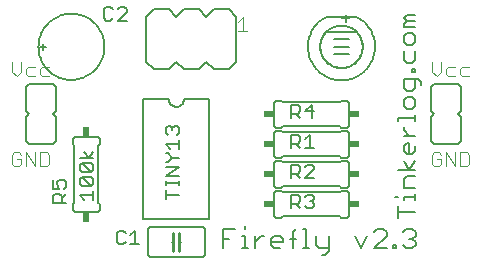
<source format=gto>
G75*
G70*
%OFA0B0*%
%FSLAX24Y24*%
%IPPOS*%
%LPD*%
%AMOC8*
5,1,8,0,0,1.08239X$1,22.5*
%
%ADD10C,0.0040*%
%ADD11C,0.0070*%
%ADD12C,0.0050*%
%ADD13C,0.0060*%
%ADD14R,0.0340X0.0240*%
%ADD15R,0.0240X0.0340*%
%ADD16C,0.0100*%
D10*
X001248Y003421D02*
X001401Y003421D01*
X001478Y003498D01*
X001478Y003651D01*
X001325Y003651D01*
X001478Y003805D02*
X001401Y003882D01*
X001248Y003882D01*
X001171Y003805D01*
X001171Y003498D01*
X001248Y003421D01*
X001632Y003421D02*
X001632Y003882D01*
X001938Y003421D01*
X001938Y003882D01*
X002092Y003882D02*
X002322Y003882D01*
X002399Y003805D01*
X002399Y003498D01*
X002322Y003421D01*
X002092Y003421D01*
X002092Y003882D01*
X002169Y006421D02*
X002399Y006421D01*
X002169Y006421D02*
X002092Y006498D01*
X002092Y006651D01*
X002169Y006728D01*
X002399Y006728D01*
X001938Y006728D02*
X001708Y006728D01*
X001632Y006651D01*
X001632Y006498D01*
X001708Y006421D01*
X001938Y006421D01*
X001478Y006575D02*
X001478Y006882D01*
X001171Y006882D02*
X001171Y006575D01*
X001325Y006421D01*
X001478Y006575D01*
X008711Y007921D02*
X009018Y007921D01*
X008864Y007921D02*
X008864Y008382D01*
X008711Y008228D01*
X015171Y006882D02*
X015171Y006575D01*
X015325Y006421D01*
X015478Y006575D01*
X015478Y006882D01*
X015708Y006728D02*
X015632Y006651D01*
X015632Y006498D01*
X015708Y006421D01*
X015938Y006421D01*
X016092Y006498D02*
X016169Y006421D01*
X016399Y006421D01*
X016092Y006498D02*
X016092Y006651D01*
X016169Y006728D01*
X016399Y006728D01*
X015938Y006728D02*
X015708Y006728D01*
X015632Y003882D02*
X015938Y003421D01*
X015938Y003882D01*
X016092Y003882D02*
X016322Y003882D01*
X016399Y003805D01*
X016399Y003498D01*
X016322Y003421D01*
X016092Y003421D01*
X016092Y003882D01*
X015632Y003882D02*
X015632Y003421D01*
X015478Y003498D02*
X015478Y003651D01*
X015325Y003651D01*
X015478Y003805D02*
X015401Y003882D01*
X015248Y003882D01*
X015171Y003805D01*
X015171Y003498D01*
X015248Y003421D01*
X015401Y003421D01*
X015478Y003498D01*
D11*
X014616Y003602D02*
X014419Y003307D01*
X014223Y003602D01*
X014321Y003813D02*
X014223Y003912D01*
X014223Y004108D01*
X014321Y004207D01*
X014419Y004207D01*
X014419Y003813D01*
X014321Y003813D02*
X014518Y003813D01*
X014616Y003912D01*
X014616Y004108D01*
X014616Y004421D02*
X014223Y004421D01*
X014419Y004421D02*
X014223Y004618D01*
X014223Y004716D01*
X014026Y004927D02*
X014026Y005026D01*
X014616Y005026D01*
X014616Y005124D02*
X014616Y004927D01*
X014518Y005332D02*
X014321Y005332D01*
X014223Y005431D01*
X014223Y005628D01*
X014321Y005726D01*
X014518Y005726D01*
X014616Y005628D01*
X014616Y005431D01*
X014518Y005332D01*
X014518Y005940D02*
X014321Y005940D01*
X014223Y006039D01*
X014223Y006334D01*
X014715Y006334D01*
X014813Y006235D01*
X014813Y006137D01*
X014616Y006039D02*
X014616Y006334D01*
X014616Y006548D02*
X014518Y006548D01*
X014518Y006646D01*
X014616Y006646D01*
X014616Y006548D01*
X014518Y006852D02*
X014321Y006852D01*
X014223Y006950D01*
X014223Y007245D01*
X014616Y007245D02*
X014616Y006950D01*
X014518Y006852D01*
X014518Y007459D02*
X014321Y007459D01*
X014223Y007558D01*
X014223Y007755D01*
X014321Y007853D01*
X014518Y007853D01*
X014616Y007755D01*
X014616Y007558D01*
X014518Y007459D01*
X014616Y008067D02*
X014223Y008067D01*
X014223Y008166D01*
X014321Y008264D01*
X014223Y008362D01*
X014321Y008461D01*
X014616Y008461D01*
X014616Y008264D02*
X014321Y008264D01*
X014616Y006039D02*
X014518Y005940D01*
X014616Y003307D02*
X014026Y003307D01*
X014321Y003093D02*
X014616Y003093D01*
X014321Y003093D02*
X014223Y002994D01*
X014223Y002699D01*
X014616Y002699D01*
X014616Y002491D02*
X014616Y002294D01*
X014616Y002392D02*
X014223Y002392D01*
X014223Y002294D01*
X014026Y002392D02*
X013927Y002392D01*
X014026Y002080D02*
X014026Y001686D01*
X014026Y001883D02*
X014616Y001883D01*
X014517Y001317D02*
X014307Y001317D01*
X014202Y001212D01*
X014517Y001317D02*
X014622Y001212D01*
X014622Y001107D01*
X014517Y001001D01*
X014622Y000896D01*
X014622Y000791D01*
X014517Y000686D01*
X014307Y000686D01*
X014202Y000791D01*
X013985Y000791D02*
X013985Y000686D01*
X013879Y000686D01*
X013879Y000791D01*
X013985Y000791D01*
X013655Y000686D02*
X013235Y000686D01*
X013655Y001107D01*
X013655Y001212D01*
X013550Y001317D01*
X013340Y001317D01*
X013235Y001212D01*
X013011Y001107D02*
X012801Y000686D01*
X012590Y001107D01*
X011722Y001107D02*
X011722Y000581D01*
X011617Y000476D01*
X011512Y000476D01*
X011406Y000686D02*
X011722Y000686D01*
X011406Y000686D02*
X011301Y000791D01*
X011301Y001107D01*
X010977Y001317D02*
X010872Y001317D01*
X010977Y001317D02*
X010977Y000686D01*
X010872Y000686D02*
X011082Y000686D01*
X010652Y001001D02*
X010442Y001001D01*
X010218Y001001D02*
X010218Y000896D01*
X009797Y000896D01*
X009797Y000791D02*
X009797Y001001D01*
X009903Y001107D01*
X010113Y001107D01*
X010218Y001001D01*
X010113Y000686D02*
X009903Y000686D01*
X009797Y000791D01*
X009576Y001107D02*
X009471Y001107D01*
X009260Y000896D01*
X009260Y000686D02*
X009260Y001107D01*
X008936Y001107D02*
X008936Y000686D01*
X008831Y000686D02*
X009041Y000686D01*
X008936Y001107D02*
X008831Y001107D01*
X008936Y001317D02*
X008936Y001422D01*
X008607Y001317D02*
X008186Y001317D01*
X008186Y000686D01*
X008186Y001001D02*
X008396Y001001D01*
X010547Y001212D02*
X010547Y000686D01*
X010547Y001212D02*
X010652Y001317D01*
X014412Y001001D02*
X014517Y001001D01*
D12*
X011237Y002101D02*
X011162Y002026D01*
X011012Y002026D01*
X010937Y002101D01*
X010776Y002026D02*
X010626Y002176D01*
X010701Y002176D02*
X010476Y002176D01*
X010701Y002176D02*
X010776Y002251D01*
X010776Y002401D01*
X010701Y002477D01*
X010476Y002477D01*
X010476Y002026D01*
X010937Y002401D02*
X011012Y002477D01*
X011162Y002477D01*
X011237Y002401D01*
X011237Y002326D01*
X011162Y002251D01*
X011237Y002176D01*
X011237Y002101D01*
X011162Y002251D02*
X011087Y002251D01*
X011237Y003026D02*
X010937Y003026D01*
X011237Y003326D01*
X011237Y003401D01*
X011162Y003477D01*
X011012Y003477D01*
X010937Y003401D01*
X010776Y003401D02*
X010776Y003251D01*
X010701Y003176D01*
X010476Y003176D01*
X010626Y003176D02*
X010776Y003026D01*
X010476Y003026D02*
X010476Y003477D01*
X010701Y003477D01*
X010776Y003401D01*
X010776Y004026D02*
X010626Y004176D01*
X010701Y004176D02*
X010476Y004176D01*
X010476Y004026D02*
X010476Y004477D01*
X010701Y004477D01*
X010776Y004401D01*
X010776Y004251D01*
X010701Y004176D01*
X010937Y004026D02*
X011237Y004026D01*
X011087Y004026D02*
X011087Y004477D01*
X010937Y004326D01*
X010776Y005026D02*
X010626Y005176D01*
X010701Y005176D02*
X010476Y005176D01*
X010476Y005026D02*
X010476Y005477D01*
X010701Y005477D01*
X010776Y005401D01*
X010776Y005251D01*
X010701Y005176D01*
X010937Y005251D02*
X011237Y005251D01*
X011162Y005477D02*
X010937Y005251D01*
X011162Y005026D02*
X011162Y005477D01*
X011901Y007151D02*
X012401Y007151D01*
X012401Y007401D02*
X011901Y007401D01*
X011444Y007401D02*
X011446Y007454D01*
X011452Y007506D01*
X011462Y007558D01*
X011475Y007609D01*
X011493Y007659D01*
X011514Y007708D01*
X011539Y007755D01*
X011567Y007799D01*
X011598Y007842D01*
X011633Y007882D01*
X011670Y007919D01*
X011710Y007954D01*
X011753Y007985D01*
X011798Y008013D01*
X011844Y008038D01*
X011893Y008059D01*
X011943Y008077D01*
X011994Y008090D01*
X012046Y008100D01*
X012098Y008106D01*
X012151Y008108D01*
X012204Y008106D01*
X012256Y008100D01*
X012308Y008090D01*
X012359Y008077D01*
X012409Y008059D01*
X012458Y008038D01*
X012505Y008013D01*
X012549Y007985D01*
X012592Y007954D01*
X012632Y007919D01*
X012669Y007882D01*
X012704Y007842D01*
X012735Y007799D01*
X012763Y007754D01*
X012788Y007708D01*
X012809Y007659D01*
X012827Y007609D01*
X012840Y007558D01*
X012850Y007506D01*
X012856Y007454D01*
X012858Y007401D01*
X012856Y007348D01*
X012850Y007296D01*
X012840Y007244D01*
X012827Y007193D01*
X012809Y007143D01*
X012788Y007094D01*
X012763Y007047D01*
X012735Y007003D01*
X012704Y006960D01*
X012669Y006920D01*
X012632Y006883D01*
X012592Y006848D01*
X012549Y006817D01*
X012504Y006789D01*
X012458Y006764D01*
X012409Y006743D01*
X012359Y006725D01*
X012308Y006712D01*
X012256Y006702D01*
X012204Y006696D01*
X012151Y006694D01*
X012098Y006696D01*
X012046Y006702D01*
X011994Y006712D01*
X011943Y006725D01*
X011893Y006743D01*
X011844Y006764D01*
X011797Y006789D01*
X011753Y006817D01*
X011710Y006848D01*
X011670Y006883D01*
X011633Y006920D01*
X011598Y006960D01*
X011567Y007003D01*
X011539Y007048D01*
X011514Y007094D01*
X011493Y007143D01*
X011475Y007193D01*
X011462Y007244D01*
X011452Y007296D01*
X011446Y007348D01*
X011444Y007401D01*
X011901Y007651D02*
X012401Y007651D01*
X012651Y007901D02*
X011651Y007901D01*
X012293Y008235D02*
X012293Y008468D01*
X012176Y008351D02*
X012410Y008351D01*
X012651Y008401D02*
X011651Y008401D01*
X011651Y007901D02*
X011616Y007863D01*
X011583Y007822D01*
X011554Y007779D01*
X011527Y007734D01*
X011505Y007688D01*
X011485Y007639D01*
X011470Y007590D01*
X011458Y007539D01*
X011449Y007488D01*
X011445Y007436D01*
X011444Y007384D01*
X011447Y007332D01*
X011454Y007280D01*
X011465Y007229D01*
X011480Y007179D01*
X011498Y007130D01*
X011519Y007083D01*
X011545Y007038D01*
X011573Y006994D01*
X011604Y006952D01*
X011639Y006913D01*
X011676Y006877D01*
X011716Y006844D01*
X011758Y006813D01*
X011803Y006786D01*
X011849Y006762D01*
X011897Y006741D01*
X011946Y006724D01*
X011996Y006711D01*
X012047Y006702D01*
X012099Y006696D01*
X012151Y006694D01*
X012203Y006696D01*
X012255Y006702D01*
X012306Y006711D01*
X012356Y006724D01*
X012405Y006741D01*
X012453Y006762D01*
X012499Y006786D01*
X012544Y006813D01*
X012586Y006844D01*
X012626Y006877D01*
X012663Y006913D01*
X012698Y006952D01*
X012729Y006994D01*
X012757Y007038D01*
X012783Y007083D01*
X012804Y007130D01*
X012822Y007179D01*
X012837Y007229D01*
X012848Y007280D01*
X012855Y007332D01*
X012858Y007384D01*
X012857Y007436D01*
X012853Y007488D01*
X012844Y007539D01*
X012832Y007590D01*
X012817Y007639D01*
X012797Y007688D01*
X012775Y007734D01*
X012748Y007779D01*
X012719Y007822D01*
X012686Y007863D01*
X012651Y007901D01*
X012651Y008401D02*
X012709Y008370D01*
X012765Y008335D01*
X012819Y008298D01*
X012870Y008257D01*
X012920Y008213D01*
X012966Y008166D01*
X013010Y008117D01*
X013050Y008065D01*
X013088Y008011D01*
X013122Y007955D01*
X013153Y007897D01*
X013180Y007837D01*
X013204Y007776D01*
X013224Y007713D01*
X013241Y007650D01*
X013254Y007585D01*
X013263Y007520D01*
X013268Y007454D01*
X013269Y007389D01*
X013266Y007323D01*
X013260Y007257D01*
X013249Y007192D01*
X013235Y007128D01*
X013217Y007065D01*
X013196Y007003D01*
X013170Y006942D01*
X013142Y006883D01*
X013109Y006825D01*
X013074Y006770D01*
X013035Y006717D01*
X012993Y006666D01*
X012949Y006618D01*
X012901Y006572D01*
X012851Y006529D01*
X012799Y006490D01*
X012744Y006453D01*
X012687Y006420D01*
X012629Y006390D01*
X012568Y006364D01*
X012507Y006341D01*
X012444Y006322D01*
X012380Y006307D01*
X012315Y006295D01*
X012250Y006287D01*
X012184Y006283D01*
X012118Y006283D01*
X012052Y006287D01*
X011987Y006295D01*
X011922Y006307D01*
X011858Y006322D01*
X011795Y006341D01*
X011734Y006364D01*
X011673Y006390D01*
X011615Y006420D01*
X011558Y006453D01*
X011503Y006490D01*
X011451Y006529D01*
X011401Y006572D01*
X011353Y006618D01*
X011309Y006666D01*
X011267Y006717D01*
X011228Y006770D01*
X011193Y006825D01*
X011160Y006883D01*
X011132Y006942D01*
X011106Y007003D01*
X011085Y007065D01*
X011067Y007128D01*
X011053Y007192D01*
X011042Y007257D01*
X011036Y007323D01*
X011033Y007389D01*
X011034Y007454D01*
X011039Y007520D01*
X011048Y007585D01*
X011061Y007650D01*
X011078Y007713D01*
X011098Y007776D01*
X011122Y007837D01*
X011149Y007897D01*
X011180Y007955D01*
X011214Y008011D01*
X011252Y008065D01*
X011292Y008117D01*
X011336Y008166D01*
X011382Y008213D01*
X011432Y008257D01*
X011483Y008298D01*
X011537Y008335D01*
X011593Y008370D01*
X011651Y008401D01*
X006736Y004691D02*
X006661Y004766D01*
X006586Y004766D01*
X006511Y004691D01*
X006511Y004616D01*
X006511Y004691D02*
X006436Y004766D01*
X006361Y004766D01*
X006286Y004691D01*
X006286Y004541D01*
X006361Y004466D01*
X006661Y004466D02*
X006736Y004541D01*
X006736Y004691D01*
X006736Y004306D02*
X006736Y004005D01*
X006736Y004155D02*
X006286Y004155D01*
X006436Y004005D01*
X006361Y003845D02*
X006286Y003845D01*
X006361Y003845D02*
X006511Y003695D01*
X006736Y003695D01*
X006511Y003695D02*
X006361Y003545D01*
X006286Y003545D01*
X006286Y003385D02*
X006736Y003385D01*
X006286Y003085D01*
X006736Y003085D01*
X006736Y002928D02*
X006736Y002778D01*
X006736Y002853D02*
X006286Y002853D01*
X006286Y002778D02*
X006286Y002928D01*
X006286Y002618D02*
X006286Y002317D01*
X006286Y002467D02*
X006736Y002467D01*
X005266Y001277D02*
X005266Y000826D01*
X005116Y000826D02*
X005416Y000826D01*
X004956Y000901D02*
X004881Y000826D01*
X004730Y000826D01*
X004655Y000901D01*
X004655Y001201D01*
X004730Y001277D01*
X004881Y001277D01*
X004956Y001201D01*
X005116Y001126D02*
X005266Y001277D01*
X003876Y002301D02*
X003876Y002602D01*
X003876Y002451D02*
X003426Y002451D01*
X003576Y002301D01*
X002976Y002205D02*
X002526Y002205D01*
X002526Y002431D01*
X002601Y002506D01*
X002751Y002506D01*
X002826Y002431D01*
X002826Y002205D01*
X002826Y002356D02*
X002976Y002506D01*
X002901Y002666D02*
X002976Y002741D01*
X002976Y002891D01*
X002901Y002966D01*
X002751Y002966D01*
X002676Y002891D01*
X002676Y002816D01*
X002751Y002666D01*
X002526Y002666D01*
X002526Y002966D01*
X003426Y002987D02*
X003426Y002837D01*
X003501Y002762D01*
X003801Y002762D01*
X003501Y003062D01*
X003801Y003062D01*
X003876Y002987D01*
X003876Y002837D01*
X003801Y002762D01*
X003501Y003062D02*
X003426Y002987D01*
X003501Y003222D02*
X003426Y003297D01*
X003426Y003447D01*
X003501Y003522D01*
X003801Y003222D01*
X003876Y003297D01*
X003876Y003447D01*
X003801Y003522D01*
X003501Y003522D01*
X003426Y003682D02*
X003876Y003682D01*
X003726Y003682D02*
X003576Y003908D01*
X003726Y003682D02*
X003876Y003908D01*
X003801Y003222D02*
X003501Y003222D01*
X004301Y008276D02*
X004451Y008276D01*
X004526Y008351D01*
X004687Y008276D02*
X004987Y008576D01*
X004987Y008651D01*
X004912Y008727D01*
X004762Y008727D01*
X004687Y008651D01*
X004526Y008651D02*
X004451Y008727D01*
X004301Y008727D01*
X004226Y008651D01*
X004226Y008351D01*
X004301Y008276D01*
X004687Y008276D02*
X004987Y008276D01*
D13*
X004001Y001901D02*
X003301Y001901D01*
X003284Y001903D01*
X003267Y001907D01*
X003251Y001914D01*
X003237Y001924D01*
X003224Y001937D01*
X003214Y001951D01*
X003207Y001967D01*
X003203Y001984D01*
X003201Y002001D01*
X003201Y002151D01*
X003251Y002201D01*
X003251Y004101D01*
X003201Y004151D01*
X003201Y004301D01*
X003203Y004318D01*
X003207Y004335D01*
X003214Y004351D01*
X003224Y004365D01*
X003237Y004378D01*
X003251Y004388D01*
X003267Y004395D01*
X003284Y004399D01*
X003301Y004401D01*
X004001Y004401D01*
X004018Y004399D01*
X004035Y004395D01*
X004051Y004388D01*
X004065Y004378D01*
X004078Y004365D01*
X004088Y004351D01*
X004095Y004335D01*
X004099Y004318D01*
X004101Y004301D01*
X004101Y004151D01*
X004051Y004101D01*
X004051Y002201D01*
X004101Y002151D01*
X004101Y002001D01*
X004099Y001984D01*
X004095Y001967D01*
X004088Y001951D01*
X004078Y001937D01*
X004065Y001924D01*
X004051Y001914D01*
X004035Y001907D01*
X004018Y001903D01*
X004001Y001901D01*
X005551Y001651D02*
X007751Y001651D01*
X007751Y005651D01*
X006901Y005651D01*
X006899Y005621D01*
X006894Y005591D01*
X006885Y005562D01*
X006872Y005535D01*
X006857Y005509D01*
X006838Y005485D01*
X006817Y005464D01*
X006793Y005445D01*
X006767Y005430D01*
X006740Y005417D01*
X006711Y005408D01*
X006681Y005403D01*
X006651Y005401D01*
X006621Y005403D01*
X006591Y005408D01*
X006562Y005417D01*
X006535Y005430D01*
X006509Y005445D01*
X006485Y005464D01*
X006464Y005485D01*
X006445Y005509D01*
X006430Y005535D01*
X006417Y005562D01*
X006408Y005591D01*
X006403Y005621D01*
X006401Y005651D01*
X005551Y005651D01*
X005551Y001651D01*
X005801Y001401D02*
X007501Y001401D01*
X007518Y001399D01*
X007535Y001395D01*
X007551Y001388D01*
X007565Y001378D01*
X007578Y001365D01*
X007588Y001351D01*
X007595Y001335D01*
X007599Y001318D01*
X007601Y001301D01*
X007601Y000501D01*
X007599Y000484D01*
X007595Y000467D01*
X007588Y000451D01*
X007578Y000437D01*
X007565Y000424D01*
X007551Y000414D01*
X007535Y000407D01*
X007518Y000403D01*
X007501Y000401D01*
X005801Y000401D01*
X005784Y000403D01*
X005767Y000407D01*
X005751Y000414D01*
X005737Y000424D01*
X005724Y000437D01*
X005714Y000451D01*
X005707Y000467D01*
X005703Y000484D01*
X005701Y000501D01*
X005701Y001301D01*
X005703Y001318D01*
X005707Y001335D01*
X005714Y001351D01*
X005724Y001365D01*
X005737Y001378D01*
X005751Y001388D01*
X005767Y001395D01*
X005784Y001399D01*
X005801Y001401D01*
X006501Y000901D02*
X006551Y000901D01*
X006751Y000901D02*
X006801Y000901D01*
X009901Y001801D02*
X009901Y002501D01*
X009903Y002518D01*
X009907Y002535D01*
X009914Y002551D01*
X009924Y002565D01*
X009937Y002578D01*
X009951Y002588D01*
X009967Y002595D01*
X009984Y002599D01*
X010001Y002601D01*
X010151Y002601D01*
X010201Y002551D01*
X012101Y002551D01*
X012151Y002601D01*
X012301Y002601D01*
X012318Y002599D01*
X012335Y002595D01*
X012351Y002588D01*
X012365Y002578D01*
X012378Y002565D01*
X012388Y002551D01*
X012395Y002535D01*
X012399Y002518D01*
X012401Y002501D01*
X012401Y001801D01*
X012399Y001784D01*
X012395Y001767D01*
X012388Y001751D01*
X012378Y001737D01*
X012365Y001724D01*
X012351Y001714D01*
X012335Y001707D01*
X012318Y001703D01*
X012301Y001701D01*
X012151Y001701D01*
X012101Y001751D01*
X010201Y001751D01*
X010151Y001701D01*
X010001Y001701D01*
X009984Y001703D01*
X009967Y001707D01*
X009951Y001714D01*
X009937Y001724D01*
X009924Y001737D01*
X009914Y001751D01*
X009907Y001767D01*
X009903Y001784D01*
X009901Y001801D01*
X010001Y002701D02*
X010151Y002701D01*
X010201Y002751D01*
X012101Y002751D01*
X012151Y002701D01*
X012301Y002701D01*
X012318Y002703D01*
X012335Y002707D01*
X012351Y002714D01*
X012365Y002724D01*
X012378Y002737D01*
X012388Y002751D01*
X012395Y002767D01*
X012399Y002784D01*
X012401Y002801D01*
X012401Y003501D01*
X012399Y003518D01*
X012395Y003535D01*
X012388Y003551D01*
X012378Y003565D01*
X012365Y003578D01*
X012351Y003588D01*
X012335Y003595D01*
X012318Y003599D01*
X012301Y003601D01*
X012151Y003601D01*
X012101Y003551D01*
X010201Y003551D01*
X010151Y003601D01*
X010001Y003601D01*
X009984Y003599D01*
X009967Y003595D01*
X009951Y003588D01*
X009937Y003578D01*
X009924Y003565D01*
X009914Y003551D01*
X009907Y003535D01*
X009903Y003518D01*
X009901Y003501D01*
X009901Y002801D01*
X009903Y002784D01*
X009907Y002767D01*
X009914Y002751D01*
X009924Y002737D01*
X009937Y002724D01*
X009951Y002714D01*
X009967Y002707D01*
X009984Y002703D01*
X010001Y002701D01*
X010001Y003701D02*
X010151Y003701D01*
X010201Y003751D01*
X012101Y003751D01*
X012151Y003701D01*
X012301Y003701D01*
X012318Y003703D01*
X012335Y003707D01*
X012351Y003714D01*
X012365Y003724D01*
X012378Y003737D01*
X012388Y003751D01*
X012395Y003767D01*
X012399Y003784D01*
X012401Y003801D01*
X012401Y004501D01*
X012399Y004518D01*
X012395Y004535D01*
X012388Y004551D01*
X012378Y004565D01*
X012365Y004578D01*
X012351Y004588D01*
X012335Y004595D01*
X012318Y004599D01*
X012301Y004601D01*
X012151Y004601D01*
X012101Y004551D01*
X010201Y004551D01*
X010151Y004601D01*
X010001Y004601D01*
X009984Y004599D01*
X009967Y004595D01*
X009951Y004588D01*
X009937Y004578D01*
X009924Y004565D01*
X009914Y004551D01*
X009907Y004535D01*
X009903Y004518D01*
X009901Y004501D01*
X009901Y003801D01*
X009903Y003784D01*
X009907Y003767D01*
X009914Y003751D01*
X009924Y003737D01*
X009937Y003724D01*
X009951Y003714D01*
X009967Y003707D01*
X009984Y003703D01*
X010001Y003701D01*
X010001Y004701D02*
X010151Y004701D01*
X010201Y004751D01*
X012101Y004751D01*
X012151Y004701D01*
X012301Y004701D01*
X012318Y004703D01*
X012335Y004707D01*
X012351Y004714D01*
X012365Y004724D01*
X012378Y004737D01*
X012388Y004751D01*
X012395Y004767D01*
X012399Y004784D01*
X012401Y004801D01*
X012401Y005501D01*
X012399Y005518D01*
X012395Y005535D01*
X012388Y005551D01*
X012378Y005565D01*
X012365Y005578D01*
X012351Y005588D01*
X012335Y005595D01*
X012318Y005599D01*
X012301Y005601D01*
X012151Y005601D01*
X012101Y005551D01*
X010201Y005551D01*
X010151Y005601D01*
X010001Y005601D01*
X009984Y005599D01*
X009967Y005595D01*
X009951Y005588D01*
X009937Y005578D01*
X009924Y005565D01*
X009914Y005551D01*
X009907Y005535D01*
X009903Y005518D01*
X009901Y005501D01*
X009901Y004801D01*
X009903Y004784D01*
X009907Y004767D01*
X009914Y004751D01*
X009924Y004737D01*
X009937Y004724D01*
X009951Y004714D01*
X009967Y004707D01*
X009984Y004703D01*
X010001Y004701D01*
X008401Y006651D02*
X007901Y006651D01*
X007651Y006901D01*
X007401Y006651D01*
X006901Y006651D01*
X006651Y006901D01*
X006401Y006651D01*
X005901Y006651D01*
X005651Y006901D01*
X005651Y008401D01*
X005901Y008651D01*
X006401Y008651D01*
X006651Y008401D01*
X006901Y008651D01*
X007401Y008651D01*
X007651Y008401D01*
X007901Y008651D01*
X008401Y008651D01*
X008651Y008401D01*
X008651Y006901D01*
X008401Y006651D01*
X002051Y007401D02*
X002053Y007467D01*
X002059Y007532D01*
X002069Y007597D01*
X002082Y007662D01*
X002100Y007725D01*
X002121Y007788D01*
X002146Y007848D01*
X002175Y007908D01*
X002207Y007965D01*
X002242Y008021D01*
X002281Y008074D01*
X002323Y008125D01*
X002367Y008173D01*
X002415Y008218D01*
X002465Y008261D01*
X002518Y008300D01*
X002573Y008337D01*
X002630Y008370D01*
X002689Y008399D01*
X002749Y008425D01*
X002811Y008447D01*
X002874Y008466D01*
X002938Y008480D01*
X003003Y008491D01*
X003069Y008498D01*
X003135Y008501D01*
X003200Y008500D01*
X003266Y008495D01*
X003331Y008486D01*
X003396Y008473D01*
X003459Y008457D01*
X003522Y008437D01*
X003583Y008412D01*
X003643Y008385D01*
X003701Y008354D01*
X003757Y008319D01*
X003811Y008281D01*
X003862Y008240D01*
X003911Y008196D01*
X003957Y008149D01*
X004001Y008100D01*
X004041Y008048D01*
X004078Y007993D01*
X004112Y007937D01*
X004142Y007878D01*
X004169Y007818D01*
X004192Y007757D01*
X004211Y007694D01*
X004227Y007630D01*
X004239Y007565D01*
X004247Y007500D01*
X004251Y007434D01*
X004251Y007368D01*
X004247Y007302D01*
X004239Y007237D01*
X004227Y007172D01*
X004211Y007108D01*
X004192Y007045D01*
X004169Y006984D01*
X004142Y006924D01*
X004112Y006865D01*
X004078Y006809D01*
X004041Y006754D01*
X004001Y006702D01*
X003957Y006653D01*
X003911Y006606D01*
X003862Y006562D01*
X003811Y006521D01*
X003757Y006483D01*
X003701Y006448D01*
X003643Y006417D01*
X003583Y006390D01*
X003522Y006365D01*
X003459Y006345D01*
X003396Y006329D01*
X003331Y006316D01*
X003266Y006307D01*
X003200Y006302D01*
X003135Y006301D01*
X003069Y006304D01*
X003003Y006311D01*
X002938Y006322D01*
X002874Y006336D01*
X002811Y006355D01*
X002749Y006377D01*
X002689Y006403D01*
X002630Y006432D01*
X002573Y006465D01*
X002518Y006502D01*
X002465Y006541D01*
X002415Y006584D01*
X002367Y006629D01*
X002323Y006677D01*
X002281Y006728D01*
X002242Y006781D01*
X002207Y006837D01*
X002175Y006894D01*
X002146Y006954D01*
X002121Y007014D01*
X002100Y007077D01*
X002082Y007140D01*
X002069Y007205D01*
X002059Y007270D01*
X002053Y007335D01*
X002051Y007401D01*
X002101Y007401D02*
X002301Y007401D01*
X002201Y007301D02*
X002201Y007501D01*
X002551Y006151D02*
X001751Y006151D01*
X001651Y006051D01*
X001651Y005251D01*
X001751Y005151D01*
X001651Y005051D01*
X001651Y004251D01*
X001751Y004151D01*
X002551Y004151D01*
X002651Y004251D01*
X002651Y005051D01*
X002551Y005151D01*
X002651Y005251D01*
X002651Y006051D01*
X002551Y006151D01*
X015151Y006051D02*
X015151Y005251D01*
X015251Y005151D01*
X015151Y005051D01*
X015151Y004251D01*
X015251Y004151D01*
X016051Y004151D01*
X016151Y004251D01*
X016151Y005051D01*
X016051Y005151D01*
X016151Y005251D01*
X016151Y006051D01*
X016051Y006151D01*
X015251Y006151D01*
X015151Y006051D01*
D14*
X012571Y005151D03*
X012571Y004151D03*
X012571Y003151D03*
X012571Y002151D03*
X009731Y002151D03*
X009731Y003151D03*
X009731Y004151D03*
X009731Y005151D03*
D15*
X003651Y004571D03*
X003651Y001731D03*
D16*
X006551Y001201D02*
X006551Y000901D01*
X006551Y000601D01*
X006751Y000601D02*
X006751Y000901D01*
X006751Y001201D01*
M02*

</source>
